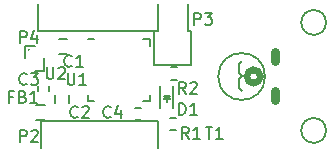
<source format=gbr>
G04 #@! TF.FileFunction,Legend,Top*
%FSLAX46Y46*%
G04 Gerber Fmt 4.6, Leading zero omitted, Abs format (unit mm)*
G04 Created by KiCad (PCBNEW 4.0.0~rc1a-stable) date Sat 16 Jan 2016 09:07:18 PM JST*
%MOMM*%
G01*
G04 APERTURE LIST*
%ADD10C,0.100000*%
%ADD11C,0.800000*%
%ADD12C,0.600000*%
%ADD13C,0.200000*%
%ADD14C,0.150000*%
G04 APERTURE END LIST*
D10*
D11*
X1778000Y-1270000D02*
X1778000Y-2032000D01*
X1778000Y2032000D02*
X1778000Y1270000D01*
D12*
X567961Y0D02*
G75*
G03X567961Y0I-567961J0D01*
G01*
D13*
X-1270000Y-1016000D02*
X-1016000Y-1270000D01*
X-1270000Y-254000D02*
X-1270000Y-1016000D01*
X-1016000Y0D02*
X-1270000Y-254000D01*
X-762000Y0D02*
X-1016000Y0D01*
X-1270000Y1016000D02*
X-1016000Y1270000D01*
X-1270000Y254000D02*
X-1270000Y1016000D01*
X-1016000Y0D02*
X-1270000Y254000D01*
X-762000Y0D02*
X-1016000Y0D01*
X967803Y0D02*
G75*
G03X967803Y0I-1983803J0D01*
G01*
X6127269Y4572000D02*
G75*
G03X6127269Y4572000I-1047269J0D01*
G01*
X6127269Y-4572000D02*
G75*
G03X6127269Y-4572000I-1047269J0D01*
G01*
D14*
X-8128000Y-3810000D02*
X-18034000Y-3810000D01*
X-18034000Y-3810000D02*
X-18034000Y-6096000D01*
X-8128000Y-6096000D02*
X-8128000Y-3810000D01*
X-18389600Y-3708400D02*
X-17703800Y-3708400D01*
X-18389600Y-2387600D02*
X-17703800Y-2387600D01*
X-9529000Y-2700000D02*
X-10029000Y-2700000D01*
X-10029000Y-3650000D02*
X-9529000Y-3650000D01*
X-16479000Y3140000D02*
X-15779000Y3140000D01*
X-15779000Y1940000D02*
X-16479000Y1940000D01*
X-17305000Y-1266000D02*
X-17305000Y-766000D01*
X-18255000Y-766000D02*
X-18255000Y-1266000D01*
X-15605200Y-1529600D02*
X-15605200Y-2229600D01*
X-16805200Y-2229600D02*
X-16805200Y-1529600D01*
X-6981000Y-271000D02*
X-6481000Y-271000D01*
X-6481000Y779000D02*
X-6981000Y779000D01*
X-6608000Y-3475500D02*
X-7108000Y-3475500D01*
X-7108000Y-4525500D02*
X-6608000Y-4525500D01*
X-7916000Y-805000D02*
X-7916000Y-2705000D01*
X-6816000Y-805000D02*
X-6816000Y-2705000D01*
X-7366000Y-1705000D02*
X-7366000Y-2155000D01*
X-7116000Y-1655000D02*
X-7616000Y-1655000D01*
X-7366000Y-1655000D02*
X-7116000Y-1905000D01*
X-7116000Y-1905000D02*
X-7616000Y-1905000D01*
X-7616000Y-1905000D02*
X-7366000Y-1655000D01*
X-8128000Y3810000D02*
X-8382000Y3810000D01*
X-5334000Y3810000D02*
X-5588000Y3810000D01*
X-8128000Y3810000D02*
X-8128000Y6096000D01*
X-8408000Y990000D02*
X-8408000Y3810000D01*
X-5308000Y3810000D02*
X-5308000Y990000D01*
X-5308000Y990000D02*
X-8408000Y990000D01*
X-5588000Y3810000D02*
X-5588000Y6096000D01*
X-8128000Y3810000D02*
X-18288000Y3810000D01*
X-18288000Y6096000D02*
X-18288000Y3810000D01*
X-8128000Y3810000D02*
X-8128000Y6096000D01*
X-8805000Y3133000D02*
X-8805000Y2608000D01*
X-14055000Y-2117000D02*
X-14055000Y-1592000D01*
X-8805000Y-2117000D02*
X-8805000Y-1592000D01*
X-14055000Y3133000D02*
X-13530000Y3133000D01*
X-14055000Y-2117000D02*
X-13530000Y-2117000D01*
X-8805000Y-2117000D02*
X-9330000Y-2117000D01*
X-8805000Y3133000D02*
X-9330000Y3133000D01*
X-18997279Y2279500D02*
G75*
G03X-18997279Y2279500I-44721J0D01*
G01*
X-19348200Y2565700D02*
X-18542000Y2565700D01*
X-17735800Y1524500D02*
X-17735800Y483300D01*
X-17735800Y483300D02*
X-18542000Y483300D01*
X-19348200Y1524500D02*
X-19348200Y2565700D01*
X-19788095Y-5532381D02*
X-19788095Y-4532381D01*
X-19407142Y-4532381D01*
X-19311904Y-4580000D01*
X-19264285Y-4627619D01*
X-19216666Y-4722857D01*
X-19216666Y-4865714D01*
X-19264285Y-4960952D01*
X-19311904Y-5008571D01*
X-19407142Y-5056190D01*
X-19788095Y-5056190D01*
X-18835714Y-4627619D02*
X-18788095Y-4580000D01*
X-18692857Y-4532381D01*
X-18454761Y-4532381D01*
X-18359523Y-4580000D01*
X-18311904Y-4627619D01*
X-18264285Y-4722857D01*
X-18264285Y-4818095D01*
X-18311904Y-4960952D01*
X-18883333Y-5532381D01*
X-18264285Y-5532381D01*
X-20391333Y-1706571D02*
X-20724667Y-1706571D01*
X-20724667Y-2230381D02*
X-20724667Y-1230381D01*
X-20248476Y-1230381D01*
X-19534190Y-1706571D02*
X-19391333Y-1754190D01*
X-19343714Y-1801810D01*
X-19296095Y-1897048D01*
X-19296095Y-2039905D01*
X-19343714Y-2135143D01*
X-19391333Y-2182762D01*
X-19486571Y-2230381D01*
X-19867524Y-2230381D01*
X-19867524Y-1230381D01*
X-19534190Y-1230381D01*
X-19438952Y-1278000D01*
X-19391333Y-1325619D01*
X-19343714Y-1420857D01*
X-19343714Y-1516095D01*
X-19391333Y-1611333D01*
X-19438952Y-1658952D01*
X-19534190Y-1706571D01*
X-19867524Y-1706571D01*
X-18343714Y-2230381D02*
X-18915143Y-2230381D01*
X-18629429Y-2230381D02*
X-18629429Y-1230381D01*
X-18724667Y-1373238D01*
X-18819905Y-1468476D01*
X-18915143Y-1516095D01*
X-12104666Y-3405143D02*
X-12152285Y-3452762D01*
X-12295142Y-3500381D01*
X-12390380Y-3500381D01*
X-12533238Y-3452762D01*
X-12628476Y-3357524D01*
X-12676095Y-3262286D01*
X-12723714Y-3071810D01*
X-12723714Y-2928952D01*
X-12676095Y-2738476D01*
X-12628476Y-2643238D01*
X-12533238Y-2548000D01*
X-12390380Y-2500381D01*
X-12295142Y-2500381D01*
X-12152285Y-2548000D01*
X-12104666Y-2595619D01*
X-11247523Y-2833714D02*
X-11247523Y-3500381D01*
X-11485619Y-2452762D02*
X-11723714Y-3167048D01*
X-11104666Y-3167048D01*
X-4063905Y-4278381D02*
X-3492476Y-4278381D01*
X-3778191Y-5278381D02*
X-3778191Y-4278381D01*
X-2635333Y-5278381D02*
X-3206762Y-5278381D01*
X-2921048Y-5278381D02*
X-2921048Y-4278381D01*
X-3016286Y-4421238D01*
X-3111524Y-4516476D01*
X-3206762Y-4564095D01*
X-15406666Y912857D02*
X-15454285Y865238D01*
X-15597142Y817619D01*
X-15692380Y817619D01*
X-15835238Y865238D01*
X-15930476Y960476D01*
X-15978095Y1055714D01*
X-16025714Y1246190D01*
X-16025714Y1389048D01*
X-15978095Y1579524D01*
X-15930476Y1674762D01*
X-15835238Y1770000D01*
X-15692380Y1817619D01*
X-15597142Y1817619D01*
X-15454285Y1770000D01*
X-15406666Y1722381D01*
X-14454285Y817619D02*
X-15025714Y817619D01*
X-14740000Y817619D02*
X-14740000Y1817619D01*
X-14835238Y1674762D01*
X-14930476Y1579524D01*
X-15025714Y1531905D01*
X-19216666Y-611143D02*
X-19264285Y-658762D01*
X-19407142Y-706381D01*
X-19502380Y-706381D01*
X-19645238Y-658762D01*
X-19740476Y-563524D01*
X-19788095Y-468286D01*
X-19835714Y-277810D01*
X-19835714Y-134952D01*
X-19788095Y55524D01*
X-19740476Y150762D01*
X-19645238Y246000D01*
X-19502380Y293619D01*
X-19407142Y293619D01*
X-19264285Y246000D01*
X-19216666Y198381D01*
X-18883333Y293619D02*
X-18264285Y293619D01*
X-18597619Y-87333D01*
X-18454761Y-87333D01*
X-18359523Y-134952D01*
X-18311904Y-182571D01*
X-18264285Y-277810D01*
X-18264285Y-515905D01*
X-18311904Y-611143D01*
X-18359523Y-658762D01*
X-18454761Y-706381D01*
X-18740476Y-706381D01*
X-18835714Y-658762D01*
X-18883333Y-611143D01*
X-14898666Y-3405143D02*
X-14946285Y-3452762D01*
X-15089142Y-3500381D01*
X-15184380Y-3500381D01*
X-15327238Y-3452762D01*
X-15422476Y-3357524D01*
X-15470095Y-3262286D01*
X-15517714Y-3071810D01*
X-15517714Y-2928952D01*
X-15470095Y-2738476D01*
X-15422476Y-2643238D01*
X-15327238Y-2548000D01*
X-15184380Y-2500381D01*
X-15089142Y-2500381D01*
X-14946285Y-2548000D01*
X-14898666Y-2595619D01*
X-14517714Y-2595619D02*
X-14470095Y-2548000D01*
X-14374857Y-2500381D01*
X-14136761Y-2500381D01*
X-14041523Y-2548000D01*
X-13993904Y-2595619D01*
X-13946285Y-2690857D01*
X-13946285Y-2786095D01*
X-13993904Y-2928952D01*
X-14565333Y-3500381D01*
X-13946285Y-3500381D01*
X-5754666Y-1468381D02*
X-6088000Y-992190D01*
X-6326095Y-1468381D02*
X-6326095Y-468381D01*
X-5945142Y-468381D01*
X-5849904Y-516000D01*
X-5802285Y-563619D01*
X-5754666Y-658857D01*
X-5754666Y-801714D01*
X-5802285Y-896952D01*
X-5849904Y-944571D01*
X-5945142Y-992190D01*
X-6326095Y-992190D01*
X-5373714Y-563619D02*
X-5326095Y-516000D01*
X-5230857Y-468381D01*
X-4992761Y-468381D01*
X-4897523Y-516000D01*
X-4849904Y-563619D01*
X-4802285Y-658857D01*
X-4802285Y-754095D01*
X-4849904Y-896952D01*
X-5421333Y-1468381D01*
X-4802285Y-1468381D01*
X-5500666Y-5278381D02*
X-5834000Y-4802190D01*
X-6072095Y-5278381D02*
X-6072095Y-4278381D01*
X-5691142Y-4278381D01*
X-5595904Y-4326000D01*
X-5548285Y-4373619D01*
X-5500666Y-4468857D01*
X-5500666Y-4611714D01*
X-5548285Y-4706952D01*
X-5595904Y-4754571D01*
X-5691142Y-4802190D01*
X-6072095Y-4802190D01*
X-4548285Y-5278381D02*
X-5119714Y-5278381D01*
X-4834000Y-5278381D02*
X-4834000Y-4278381D01*
X-4929238Y-4421238D01*
X-5024476Y-4516476D01*
X-5119714Y-4564095D01*
X-6326095Y-3246381D02*
X-6326095Y-2246381D01*
X-6088000Y-2246381D01*
X-5945142Y-2294000D01*
X-5849904Y-2389238D01*
X-5802285Y-2484476D01*
X-5754666Y-2674952D01*
X-5754666Y-2817810D01*
X-5802285Y-3008286D01*
X-5849904Y-3103524D01*
X-5945142Y-3198762D01*
X-6088000Y-3246381D01*
X-6326095Y-3246381D01*
X-4802285Y-3246381D02*
X-5373714Y-3246381D01*
X-5088000Y-3246381D02*
X-5088000Y-2246381D01*
X-5183238Y-2389238D01*
X-5278476Y-2484476D01*
X-5373714Y-2532095D01*
X-5056095Y4373619D02*
X-5056095Y5373619D01*
X-4675142Y5373619D01*
X-4579904Y5326000D01*
X-4532285Y5278381D01*
X-4484666Y5183143D01*
X-4484666Y5040286D01*
X-4532285Y4945048D01*
X-4579904Y4897429D01*
X-4675142Y4849810D01*
X-5056095Y4849810D01*
X-4151333Y5373619D02*
X-3532285Y5373619D01*
X-3865619Y4992667D01*
X-3722761Y4992667D01*
X-3627523Y4945048D01*
X-3579904Y4897429D01*
X-3532285Y4802190D01*
X-3532285Y4564095D01*
X-3579904Y4468857D01*
X-3627523Y4421238D01*
X-3722761Y4373619D01*
X-4008476Y4373619D01*
X-4103714Y4421238D01*
X-4151333Y4468857D01*
X-19788095Y2849619D02*
X-19788095Y3849619D01*
X-19407142Y3849619D01*
X-19311904Y3802000D01*
X-19264285Y3754381D01*
X-19216666Y3659143D01*
X-19216666Y3516286D01*
X-19264285Y3421048D01*
X-19311904Y3373429D01*
X-19407142Y3325810D01*
X-19788095Y3325810D01*
X-18359523Y3516286D02*
X-18359523Y2849619D01*
X-18597619Y3897238D02*
X-18835714Y3182952D01*
X-18216666Y3182952D01*
X-15747905Y293619D02*
X-15747905Y-515905D01*
X-15700286Y-611143D01*
X-15652667Y-658762D01*
X-15557429Y-706381D01*
X-15366952Y-706381D01*
X-15271714Y-658762D01*
X-15224095Y-611143D01*
X-15176476Y-515905D01*
X-15176476Y293619D01*
X-14176476Y-706381D02*
X-14747905Y-706381D01*
X-14462191Y-706381D02*
X-14462191Y293619D01*
X-14557429Y150762D01*
X-14652667Y55524D01*
X-14747905Y7905D01*
X-17525905Y801619D02*
X-17525905Y-7905D01*
X-17478286Y-103143D01*
X-17430667Y-150762D01*
X-17335429Y-198381D01*
X-17144952Y-198381D01*
X-17049714Y-150762D01*
X-17002095Y-103143D01*
X-16954476Y-7905D01*
X-16954476Y801619D01*
X-16525905Y706381D02*
X-16478286Y754000D01*
X-16383048Y801619D01*
X-16144952Y801619D01*
X-16049714Y754000D01*
X-16002095Y706381D01*
X-15954476Y611143D01*
X-15954476Y515905D01*
X-16002095Y373048D01*
X-16573524Y-198381D01*
X-15954476Y-198381D01*
M02*

</source>
